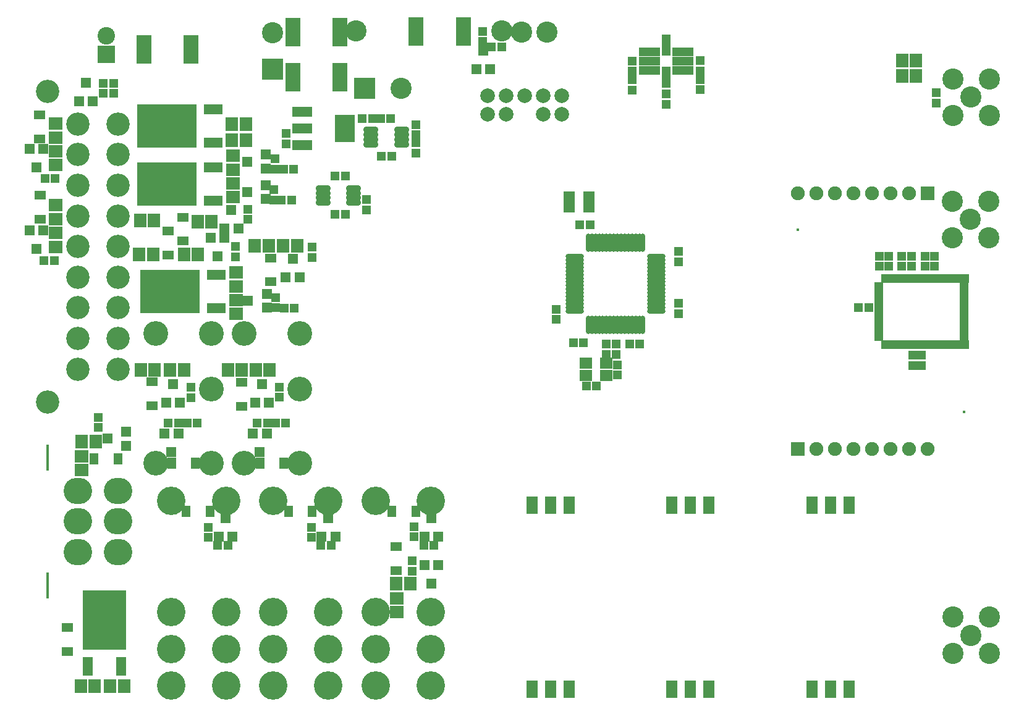
<source format=gts>
%FSLAX44Y44*%
%MOMM*%
G71*
G01*
G75*
G04 Layer_Color=8388736*
%ADD10R,1.2000X2.0000*%
%ADD11R,1.4000X1.2000*%
%ADD12R,1.2200X0.9100*%
%ADD13R,0.9100X1.2200*%
%ADD14R,0.9000X0.6000*%
%ADD15R,0.6000X0.9000*%
%ADD16R,0.8000X2.6000*%
%ADD17R,2.6000X0.8000*%
%ADD18R,1.0000X1.0000*%
%ADD19R,1.0000X1.0000*%
%ADD20R,1.5000X1.3000*%
%ADD21R,1.3000X1.5000*%
%ADD22R,0.8000X0.9000*%
%ADD23R,0.9000X0.8000*%
%ADD24R,1.7000X3.5000*%
%ADD25R,7.7000X5.5500*%
%ADD26R,2.2000X1.0000*%
%ADD27R,1.1000X2.6000*%
%ADD28O,0.3000X2.1000*%
%ADD29O,2.1000X0.3000*%
%ADD30O,1.7000X0.4500*%
%ADD31R,2.4000X3.3000*%
%ADD32R,2.4000X1.0000*%
%ADD33R,5.5500X7.7000*%
%ADD34R,1.0000X2.2000*%
%ADD35C,0.5000*%
%ADD36C,0.3000*%
%ADD37C,0.7500*%
%ADD38C,1.0000*%
%ADD39C,1.5000*%
%ADD40C,0.8000*%
%ADD41C,3.5000*%
%ADD42C,3.0000*%
%ADD43C,5.0000*%
%ADD44C,1.2500*%
%ADD45C,2.5000*%
%ADD46C,1.6000*%
%ADD47C,2.0000*%
%ADD48R,2.0000X2.0000*%
%ADD49R,2.5000X2.5000*%
%ADD50R,2.5000X2.5000*%
%ADD51C,3.5000*%
%ADD52C,3.0000*%
%ADD53C,2.8000*%
%ADD54O,3.5000X3.2000*%
%ADD55C,1.5000*%
%ADD56R,1.5000X1.5000*%
%ADD57C,0.8000*%
%ADD58C,1.0000*%
%ADD59R,3.1000X5.6000*%
%ADD60R,1.0000X3.0000*%
%ADD61R,1.5000X4.0000*%
%ADD62R,1.5000X0.7000*%
%ADD63R,1.7000X1.7000*%
%ADD64R,1.1000X3.5000*%
%ADD65R,10.5000X8.6000*%
%ADD66R,1.0000X2.0000*%
%ADD67R,2.0000X1.0000*%
G04:AMPARAMS|DCode=68|XSize=2.2mm|YSize=0.6mm|CornerRadius=0.15mm|HoleSize=0mm|Usage=FLASHONLY|Rotation=180.000|XOffset=0mm|YOffset=0mm|HoleType=Round|Shape=RoundedRectangle|*
%AMROUNDEDRECTD68*
21,1,2.2000,0.3000,0,0,180.0*
21,1,1.9000,0.6000,0,0,180.0*
1,1,0.3000,-0.9500,0.1500*
1,1,0.3000,0.9500,0.1500*
1,1,0.3000,0.9500,-0.1500*
1,1,0.3000,-0.9500,-0.1500*
%
%ADD68ROUNDEDRECTD68*%
%ADD69R,10.5000X8.4000*%
%ADD70R,1.0500X3.3000*%
%ADD71C,2.0000*%
%ADD72R,1.6000X2.4000*%
%ADD73R,1.8000X1.6000*%
%ADD74R,1.6200X1.3100*%
%ADD75R,1.3100X1.6200*%
%ADD76R,1.3000X1.0000*%
%ADD77R,1.0000X1.3000*%
%ADD78R,1.2000X3.0000*%
%ADD79R,3.0000X1.2000*%
%ADD80R,1.4000X1.4000*%
%ADD81R,1.4000X1.4000*%
%ADD82R,1.9000X1.7000*%
%ADD83R,1.7000X1.9000*%
%ADD84R,1.2000X1.3000*%
%ADD85R,1.3000X1.2000*%
%ADD86R,2.1000X3.9000*%
%ADD87R,8.1000X5.9500*%
%ADD88R,2.6000X1.4000*%
%ADD89R,1.5000X3.0000*%
%ADD90O,0.7000X2.5000*%
%ADD91O,2.5000X0.7000*%
%ADD92O,2.1000X0.8500*%
%ADD93R,2.8000X3.7000*%
%ADD94R,2.8000X1.4000*%
%ADD95R,5.9500X8.1000*%
%ADD96R,1.4000X2.6000*%
%ADD97C,2.9000*%
%ADD98C,2.0000*%
%ADD99C,2.4000*%
%ADD100R,2.4000X2.4000*%
%ADD101R,2.9000X2.9000*%
%ADD102R,2.9000X2.9000*%
%ADD103C,3.9000*%
%ADD104C,3.4000*%
%ADD105C,3.2000*%
%ADD106O,3.9000X3.6000*%
%ADD107O,0.4000X3.6000*%
%ADD108C,0.4000*%
%ADD109C,1.9000*%
%ADD110R,1.9000X1.9000*%
D72*
X825300Y430000D02*
D03*
X850700D02*
D03*
X876100D02*
D03*
Y178000D02*
D03*
X850700D02*
D03*
X825300D02*
D03*
X1017300Y430000D02*
D03*
X1042700D02*
D03*
X1068100D02*
D03*
Y178000D02*
D03*
X1042700D02*
D03*
X1017300D02*
D03*
X1209300Y430000D02*
D03*
X1234700D02*
D03*
X1260100D02*
D03*
Y178000D02*
D03*
X1234700D02*
D03*
X1209300D02*
D03*
D73*
X927000Y625500D02*
D03*
X899000D02*
D03*
Y608500D02*
D03*
X927000D02*
D03*
D74*
X151000Y965350D02*
D03*
Y932650D02*
D03*
X467000Y736650D02*
D03*
Y769350D02*
D03*
X152000Y855350D02*
D03*
Y822650D02*
D03*
X327000Y806350D02*
D03*
Y773650D02*
D03*
X347000Y792650D02*
D03*
Y825350D02*
D03*
X305000Y566650D02*
D03*
Y599350D02*
D03*
X427500Y566150D02*
D03*
Y598850D02*
D03*
X189000Y262350D02*
D03*
Y229650D02*
D03*
X639000Y373350D02*
D03*
Y340650D02*
D03*
D75*
X258350Y494000D02*
D03*
X225650D02*
D03*
X452650Y488000D02*
D03*
X485350D02*
D03*
X331650D02*
D03*
X364350D02*
D03*
X384350Y422000D02*
D03*
X351650D02*
D03*
X524350D02*
D03*
X491650D02*
D03*
X666350D02*
D03*
X633650D02*
D03*
D76*
X1417500Y731000D02*
D03*
Y721000D02*
D03*
Y711000D02*
D03*
Y701000D02*
D03*
Y691000D02*
D03*
Y681000D02*
D03*
Y671000D02*
D03*
Y661000D02*
D03*
X1300500D02*
D03*
Y671000D02*
D03*
Y681000D02*
D03*
Y691000D02*
D03*
Y701000D02*
D03*
Y711000D02*
D03*
Y721000D02*
D03*
Y731000D02*
D03*
D77*
X1419000Y650500D02*
D03*
X1409000D02*
D03*
X1399000D02*
D03*
X1389000D02*
D03*
X1379000D02*
D03*
X1369000D02*
D03*
X1359000D02*
D03*
X1349000D02*
D03*
X1339000D02*
D03*
X1329000D02*
D03*
X1319000D02*
D03*
X1309000D02*
D03*
X1419000Y741500D02*
D03*
X1409000D02*
D03*
X1399000D02*
D03*
X1389000D02*
D03*
X1379000D02*
D03*
X1369000D02*
D03*
X1359000D02*
D03*
X1349000D02*
D03*
X1339000D02*
D03*
X1329000D02*
D03*
X1319000D02*
D03*
X1309000D02*
D03*
D78*
X1009000Y1017550D02*
D03*
Y1060950D02*
D03*
D79*
X986250Y1026550D02*
D03*
Y1039250D02*
D03*
Y1051950D02*
D03*
X1031750D02*
D03*
Y1039250D02*
D03*
Y1026550D02*
D03*
D80*
X758500Y1053500D02*
D03*
X768000Y1028000D02*
D03*
X749000D02*
D03*
X214500Y1009500D02*
D03*
X224000Y984000D02*
D03*
X205000D02*
D03*
X146500Y893500D02*
D03*
X137000Y919000D02*
D03*
X156000D02*
D03*
X497500Y768500D02*
D03*
X507000Y743000D02*
D03*
X488000D02*
D03*
X146500Y781500D02*
D03*
X137000Y807000D02*
D03*
X156000D02*
D03*
X413500Y835500D02*
D03*
X423000Y810000D02*
D03*
X404000D02*
D03*
X394500Y771500D02*
D03*
X385000Y797000D02*
D03*
X404000D02*
D03*
X455500Y596500D02*
D03*
X465000Y571000D02*
D03*
X446000D02*
D03*
X333500Y596500D02*
D03*
X343000Y571000D02*
D03*
X324000D02*
D03*
X687500Y322500D02*
D03*
X678000Y348000D02*
D03*
X697000D02*
D03*
X452500Y503500D02*
D03*
X443000Y529000D02*
D03*
X462000D02*
D03*
X331500Y503500D02*
D03*
X322000Y529000D02*
D03*
X341000D02*
D03*
X405500Y412500D02*
D03*
X415000Y387000D02*
D03*
X396000D02*
D03*
X546500Y412500D02*
D03*
X556000Y387000D02*
D03*
X537000D02*
D03*
X687500Y412500D02*
D03*
X697000Y387000D02*
D03*
X678000D02*
D03*
D81*
X243500Y521500D02*
D03*
X269000Y531000D02*
D03*
Y512000D02*
D03*
X435500Y901500D02*
D03*
X461000Y911000D02*
D03*
Y892000D02*
D03*
X435500Y859500D02*
D03*
X461000Y869000D02*
D03*
Y850000D02*
D03*
X436500Y710500D02*
D03*
X462000Y720000D02*
D03*
Y701000D02*
D03*
D82*
X173000Y953500D02*
D03*
Y934500D02*
D03*
Y915500D02*
D03*
Y896500D02*
D03*
X416000Y852500D02*
D03*
Y871500D02*
D03*
Y890500D02*
D03*
Y909500D02*
D03*
X173000Y841500D02*
D03*
Y822500D02*
D03*
Y803500D02*
D03*
Y784500D02*
D03*
X208000Y478500D02*
D03*
Y497500D02*
D03*
X420000Y692500D02*
D03*
Y711500D02*
D03*
Y730500D02*
D03*
Y749500D02*
D03*
X640000Y283500D02*
D03*
Y302500D02*
D03*
D83*
X484500Y786000D02*
D03*
X503500D02*
D03*
X445500D02*
D03*
X464500D02*
D03*
X414500Y931000D02*
D03*
X433500D02*
D03*
Y953000D02*
D03*
X414500D02*
D03*
X288500Y821000D02*
D03*
X307500D02*
D03*
X367500Y819000D02*
D03*
X386500D02*
D03*
X348500Y774000D02*
D03*
X367500D02*
D03*
X287500D02*
D03*
X306500D02*
D03*
X409000Y615500D02*
D03*
X428000D02*
D03*
X447000D02*
D03*
X466000D02*
D03*
X266500Y182000D02*
D03*
X247500D02*
D03*
X329500Y616000D02*
D03*
X348500D02*
D03*
X289500D02*
D03*
X308500D02*
D03*
X226500Y182000D02*
D03*
X207500D02*
D03*
X208500Y518000D02*
D03*
X227500D02*
D03*
X639500Y323000D02*
D03*
X658500D02*
D03*
X1351500Y1019000D02*
D03*
X1332500D02*
D03*
X1351500Y1040000D02*
D03*
X1332500D02*
D03*
D84*
X618000Y960000D02*
D03*
X632000D02*
D03*
X770000Y1059000D02*
D03*
X784000D02*
D03*
X555750Y881750D02*
D03*
X569750D02*
D03*
X499000Y891000D02*
D03*
X485000D02*
D03*
X496000Y849000D02*
D03*
X482000D02*
D03*
X463000Y543000D02*
D03*
X449000D02*
D03*
X341000D02*
D03*
X327000D02*
D03*
X488000D02*
D03*
X474000D02*
D03*
X500000Y700750D02*
D03*
X486000D02*
D03*
X367000Y543000D02*
D03*
X353000D02*
D03*
X395000Y375000D02*
D03*
X409000D02*
D03*
X536000D02*
D03*
X550000D02*
D03*
X677000D02*
D03*
X691000D02*
D03*
X1273000Y701000D02*
D03*
X1287000D02*
D03*
X569750Y829000D02*
D03*
X555750D02*
D03*
X619000Y909000D02*
D03*
X633000D02*
D03*
X593000Y960000D02*
D03*
X607000D02*
D03*
X891000Y815000D02*
D03*
X905000D02*
D03*
X896000Y653000D02*
D03*
X882000D02*
D03*
X973000Y651000D02*
D03*
X959000D02*
D03*
X914000Y594000D02*
D03*
X900000D02*
D03*
X158000Y878000D02*
D03*
X172000D02*
D03*
X157000Y766000D02*
D03*
X171000D02*
D03*
D85*
X758000Y1080000D02*
D03*
Y1066000D02*
D03*
X238000Y1009000D02*
D03*
Y995000D02*
D03*
X252000Y995000D02*
D03*
Y1009000D02*
D03*
X666000Y913000D02*
D03*
Y927000D02*
D03*
X927000Y651000D02*
D03*
Y637000D02*
D03*
X963000Y999500D02*
D03*
Y1013500D02*
D03*
X1056000Y1000000D02*
D03*
Y1014000D02*
D03*
X1056000Y1040000D02*
D03*
Y1026000D02*
D03*
X963000Y1039500D02*
D03*
Y1025500D02*
D03*
X473000Y891000D02*
D03*
Y905000D02*
D03*
X472000Y849000D02*
D03*
Y863000D02*
D03*
X474000Y701000D02*
D03*
Y715000D02*
D03*
X382000Y400000D02*
D03*
Y386000D02*
D03*
X523000Y400000D02*
D03*
Y386000D02*
D03*
X664000Y401000D02*
D03*
Y387000D02*
D03*
X1347000Y622000D02*
D03*
Y636000D02*
D03*
X1359000Y622000D02*
D03*
Y636000D02*
D03*
X598500Y835500D02*
D03*
Y849500D02*
D03*
X489000Y940000D02*
D03*
Y926000D02*
D03*
X666000Y952000D02*
D03*
Y938000D02*
D03*
X1379000Y981750D02*
D03*
Y995750D02*
D03*
X1026000Y778000D02*
D03*
Y764000D02*
D03*
Y707000D02*
D03*
Y693000D02*
D03*
X859000Y685000D02*
D03*
Y699000D02*
D03*
X941000Y651000D02*
D03*
Y637000D02*
D03*
X942000Y609000D02*
D03*
Y623000D02*
D03*
X1009000Y994000D02*
D03*
Y980000D02*
D03*
X524000Y770000D02*
D03*
Y784000D02*
D03*
X436000Y822000D02*
D03*
Y836000D02*
D03*
X419000Y785000D02*
D03*
Y771000D02*
D03*
X479500Y578500D02*
D03*
Y592500D02*
D03*
X358000Y578000D02*
D03*
Y592000D02*
D03*
X231000Y551000D02*
D03*
Y537000D02*
D03*
X661000Y354000D02*
D03*
Y340000D02*
D03*
X1332000Y772000D02*
D03*
Y758000D02*
D03*
X1301000Y772000D02*
D03*
Y758000D02*
D03*
X1314000Y772000D02*
D03*
Y758000D02*
D03*
X1345000Y772000D02*
D03*
Y758000D02*
D03*
X1377000Y772000D02*
D03*
Y758000D02*
D03*
X1364000Y772000D02*
D03*
Y758000D02*
D03*
D86*
X562500Y1079000D02*
D03*
X497500D02*
D03*
X666500Y1080000D02*
D03*
X731500D02*
D03*
X293500Y1055000D02*
D03*
X358500D02*
D03*
X562500Y1017000D02*
D03*
X497500D02*
D03*
D87*
X325000Y871000D02*
D03*
X329000Y723000D02*
D03*
X325000Y950000D02*
D03*
D88*
X388500Y893800D02*
D03*
Y848200D02*
D03*
X392500Y745800D02*
D03*
Y700200D02*
D03*
X388500Y972800D02*
D03*
Y927200D02*
D03*
D89*
X903500Y846000D02*
D03*
X876500D02*
D03*
D90*
X902500Y678000D02*
D03*
X907500D02*
D03*
X912500D02*
D03*
X917500D02*
D03*
X922500D02*
D03*
X927500D02*
D03*
X932500D02*
D03*
X937500D02*
D03*
X942500D02*
D03*
X947500D02*
D03*
X952500D02*
D03*
X957500D02*
D03*
X962500D02*
D03*
X967500D02*
D03*
X972500D02*
D03*
X977500D02*
D03*
Y790000D02*
D03*
X972500D02*
D03*
X967500D02*
D03*
X962500D02*
D03*
X957500D02*
D03*
X952500D02*
D03*
X947500D02*
D03*
X942500D02*
D03*
X937500D02*
D03*
X932500D02*
D03*
X927500D02*
D03*
X922500D02*
D03*
X917500D02*
D03*
X912500D02*
D03*
X907500D02*
D03*
X902500D02*
D03*
D91*
X996000Y696500D02*
D03*
Y701500D02*
D03*
Y706500D02*
D03*
Y711500D02*
D03*
Y716500D02*
D03*
Y721500D02*
D03*
Y726500D02*
D03*
Y731500D02*
D03*
Y736500D02*
D03*
Y741500D02*
D03*
Y746500D02*
D03*
Y751500D02*
D03*
Y756500D02*
D03*
Y761500D02*
D03*
Y766500D02*
D03*
Y771500D02*
D03*
X884000D02*
D03*
Y766500D02*
D03*
Y761500D02*
D03*
Y756500D02*
D03*
Y751500D02*
D03*
Y746500D02*
D03*
Y741500D02*
D03*
Y736500D02*
D03*
Y731500D02*
D03*
Y726500D02*
D03*
Y721500D02*
D03*
Y716500D02*
D03*
Y711500D02*
D03*
Y706500D02*
D03*
Y701500D02*
D03*
Y696500D02*
D03*
D92*
X539000Y864750D02*
D03*
Y858250D02*
D03*
Y851750D02*
D03*
Y845250D02*
D03*
X581000Y864750D02*
D03*
Y858250D02*
D03*
Y851750D02*
D03*
Y845250D02*
D03*
X605000Y944750D02*
D03*
Y938250D02*
D03*
Y931750D02*
D03*
Y925250D02*
D03*
X647000Y944750D02*
D03*
Y938250D02*
D03*
Y931750D02*
D03*
Y925250D02*
D03*
D93*
X569000Y947000D02*
D03*
D94*
X511000Y924000D02*
D03*
Y947000D02*
D03*
Y970000D02*
D03*
D95*
X240000Y273000D02*
D03*
D96*
X262800Y209500D02*
D03*
X217200D02*
D03*
D97*
X784000Y1081000D02*
D03*
X584000D02*
D03*
X811000Y1079000D02*
D03*
X846000D02*
D03*
X646000Y1002000D02*
D03*
X470000Y1078000D02*
D03*
X1452000Y965000D02*
D03*
Y1015000D02*
D03*
X1427000Y990000D02*
D03*
X1402000Y965000D02*
D03*
Y1015000D02*
D03*
X1452000Y227000D02*
D03*
Y277000D02*
D03*
X1427000Y252000D02*
D03*
X1402000Y227000D02*
D03*
Y277000D02*
D03*
X1451000Y797000D02*
D03*
Y847000D02*
D03*
X1426000Y822000D02*
D03*
X1401000Y797000D02*
D03*
Y847000D02*
D03*
D98*
X764200Y991700D02*
D03*
Y966300D02*
D03*
X789600Y991700D02*
D03*
Y966300D02*
D03*
X815000Y991700D02*
D03*
X840400D02*
D03*
Y966300D02*
D03*
X865800Y991700D02*
D03*
Y966300D02*
D03*
D99*
X242000Y1073500D02*
D03*
D100*
Y1048500D02*
D03*
D101*
X596000Y1002000D02*
D03*
D102*
X470000Y1028000D02*
D03*
D103*
X406080Y436296D02*
D03*
X331080D02*
D03*
Y233296D02*
D03*
X406080D02*
D03*
Y283696D02*
D03*
X331080D02*
D03*
Y182896D02*
D03*
X406080D02*
D03*
X545780Y436296D02*
D03*
X470780D02*
D03*
Y233296D02*
D03*
X545780D02*
D03*
Y283696D02*
D03*
X470780D02*
D03*
Y182896D02*
D03*
X545780D02*
D03*
X686750Y436296D02*
D03*
X611750D02*
D03*
Y233296D02*
D03*
X686750D02*
D03*
Y283696D02*
D03*
X611750D02*
D03*
Y182896D02*
D03*
X686750D02*
D03*
D104*
X507200Y666000D02*
D03*
X431000D02*
D03*
X507200Y589800D02*
D03*
Y488200D02*
D03*
X431000D02*
D03*
X386200Y666000D02*
D03*
X310000D02*
D03*
X386200Y589800D02*
D03*
Y488200D02*
D03*
X310000D02*
D03*
D105*
X203500Y617000D02*
D03*
Y659000D02*
D03*
Y701000D02*
D03*
Y869000D02*
D03*
Y911000D02*
D03*
Y953000D02*
D03*
X258500D02*
D03*
Y617000D02*
D03*
Y659000D02*
D03*
Y701000D02*
D03*
Y911000D02*
D03*
Y869000D02*
D03*
Y827000D02*
D03*
X203500D02*
D03*
X258500Y785000D02*
D03*
X203500D02*
D03*
X258500Y743000D02*
D03*
X203500D02*
D03*
X161500Y572000D02*
D03*
Y998000D02*
D03*
D106*
X258500Y450000D02*
D03*
X203500D02*
D03*
X258500Y408000D02*
D03*
X203500D02*
D03*
X258500Y366000D02*
D03*
X203500D02*
D03*
D107*
X161500Y320000D02*
D03*
Y496000D02*
D03*
D108*
X1417800Y558000D02*
D03*
X1190000Y808000D02*
D03*
D109*
Y858000D02*
D03*
X1215400D02*
D03*
X1240800D02*
D03*
X1266200D02*
D03*
X1291600D02*
D03*
X1317000D02*
D03*
X1342400D02*
D03*
X1367800Y507750D02*
D03*
X1342400D02*
D03*
X1317000D02*
D03*
X1291600D02*
D03*
X1266200D02*
D03*
X1240800D02*
D03*
X1215400D02*
D03*
D110*
X1367800Y858000D02*
D03*
X1190000Y507750D02*
D03*
M02*

</source>
